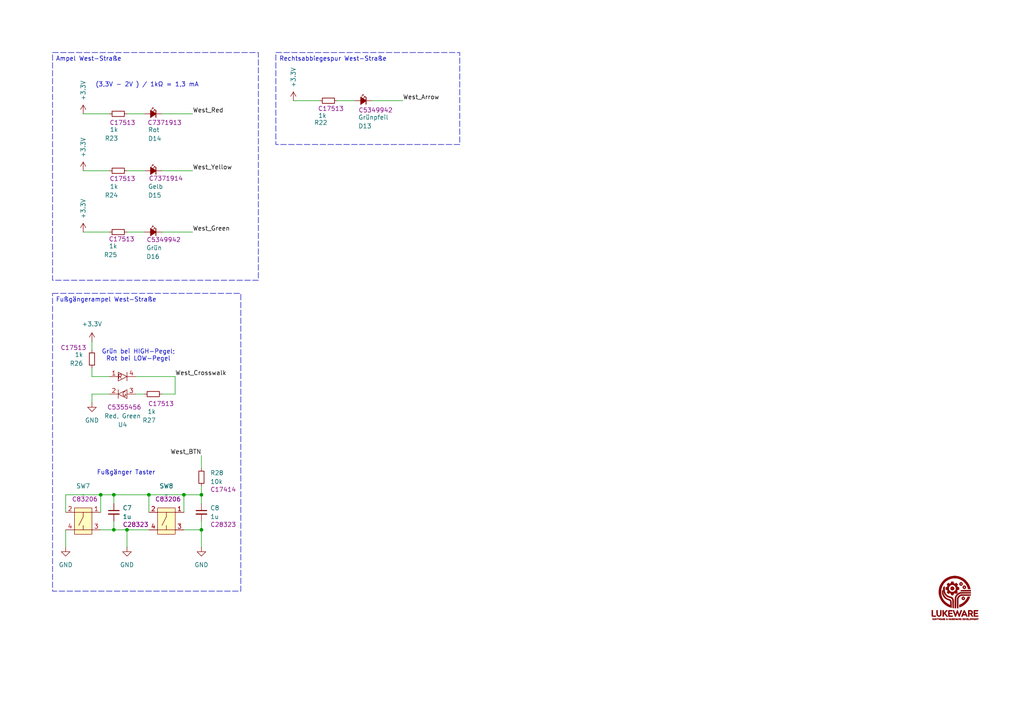
<source format=kicad_sch>
(kicad_sch (version 20231120) (generator "eeschema") (generator_version "8.0")
  (paper "A4")
  (title_block (title "SignalFlowLab") (date "2025-02-26") (rev "V 1.1") (company "LukeWare"))
  (lib_symbols
    (symbol "0_SignalFlowLab:A-SC6302R6AGHC-A03-2T"
      (property "Reference" "U" (at 0 0 0))
      (property "Value" "Red, Green" (at 0 0 0))
      (property "LCSC" " C5355456" (at 0 0 0))
      (symbol "A-SC6302R6AGHC-A03-2T_1_0"
        (pin power_in line (at -1.27 3.81 0) (length 2.54) (name "") (number "1"))
        (pin passive line (at -1.27 8.89 0) (length 2.54) (name "") (number "2"))
        (pin power_in line (at 6.35 8.89 180) (length 2.54) (name "") (number "3"))
        (pin passive line (at 6.35 3.81 180) (length 2.54) (name "") (number "4"))
      )
      (symbol "A-SC6302R6AGHC-A03-2T_1_1"
        (text "G" (at 3.048 8.89 0) (effects (font (size 1.27 1.27))))
        (text "R" (at 1.778 3.81 0) (effects (font (size 1.27 1.27))))
      )
    )
    (symbol "0_SignalFlowLab:K2-6639SP-C4SC-04"
      (property "Reference" "SW" (at 5.08 7.874 0))
      (property "LCSC" " C83206" (at 0 0 0))
      (symbol "K2-6639SP-C4SC-04_0_0"
        (pin passive line (at 0 0 0) (length 2.54) (name "") (number "1"))
        (pin passive line (at 10.16 0 180) (length 2.54) (name "") (number "2"))
        (pin passive line (at 0 5.08 0) (length 2.54) (name "") (number "3"))
        (pin passive line (at 10.16 5.08 180) (length 2.54) (name "") (number "4"))
      )
    )
    (symbol "0_SignalFlowLab:LOGO" (pin_names (offset 1.016)))
    (symbol "Device:C_Small" (pin_numbers hide) (pin_names (offset 0.254) hide)
      (property "Reference" "C" (at 0.254 1.778 0))
      (property "Value" "C_Small" (at 0.254 -2.032 0))
      (symbol "C_Small_1_1"
        (pin passive line (at 0 2.54 270) (length 2.032) (name "~") (number "1"))
        (pin passive line (at 0 -2.54 90) (length 2.032) (name "~") (number "2"))
      )
    )
    (symbol "Device:LED_Small_Filled" (pin_numbers hide) (pin_names (offset 0.254) hide)
      (property "Reference" "D" (at -1.27 3.175 0))
      (property "Value" "LED_Small_Filled" (at -4.445 -2.54 0))
      (symbol "LED_Small_Filled_1_1"
        (pin passive line (at -2.54 0 0) (length 1.778) (name "K") (number "1"))
        (pin passive line (at 2.54 0 180) (length 1.778) (name "A") (number "2"))
      )
    )
    (symbol "Device:R_Small" (pin_numbers hide) (pin_names (offset 0.254) hide)
      (property "Reference" "R" (at 0.762 0.508 0))
      (property "Value" "R_Small" (at 0.762 -1.016 0))
      (symbol "R_Small_1_1"
        (pin passive line (at 0 2.54 270) (length 0.762) (name "~") (number "1"))
        (pin passive line (at 0 -2.54 90) (length 0.762) (name "~") (number "2"))
      )
    )
    (symbol "power:+3.3V" (power) (pin_numbers hide) (pin_names (offset 0) hide)
      (property "Value" "+3.3V" (at 0 3.556 0))
      (symbol "+3.3V_1_1"
        (pin power_in line (at 0 0 90) (length 0) (name "~") (number "1"))
      )
    )
    (symbol "power:GND" (power) (pin_numbers hide) (pin_names (offset 0) hide)
      (property "Value" "GND" (at 0 -3.81 0))
      (symbol "GND_1_1"
        (pin power_in line (at 0 0 270) (length 0) (name "~") (number "1"))
      )
    )
  )
  (junction (at 33.02 153.67))
  (junction (at 58.42 153.67))
  (junction (at 33.02 143.51))
  (junction (at 29.21 143.51))
  (junction (at 43.18 143.51))
  (junction (at 53.34 143.51))
  (junction (at 36.83 153.67))
  (junction (at 58.42 143.51))
  (wire (pts (xy 58.42 151.13) (xy 58.42 153.67)))
  (wire (pts (xy 26.67 114.3) (xy 31.75 114.3)))
  (wire (pts (xy 107.95 29.21) (xy 116.84 29.21)))
  (wire (pts (xy 33.02 151.13) (xy 33.02 153.67)))
  (wire (pts (xy 97.79 29.21) (xy 102.87 29.21)))
  (wire (pts (xy 29.21 143.51) (xy 29.21 148.59)))
  (wire (pts (xy 19.05 143.51) (xy 19.05 148.59)))
  (wire (pts (xy 24.13 49.53) (xy 31.75 49.53)))
  (wire (pts (xy 19.05 153.67) (xy 19.05 158.75)))
  (wire (pts (xy 46.99 49.53) (xy 55.88 49.53)))
  (wire (pts (xy 53.34 153.67) (xy 58.42 153.67)))
  (wire (pts (xy 36.83 33.02) (xy 41.91 33.02)))
  (wire (pts (xy 31.75 109.22) (xy 26.67 109.22)))
  (wire (pts (xy 26.67 116.84) (xy 26.67 114.3)))
  (wire (pts (xy 53.34 143.51) (xy 58.42 143.51)))
  (wire (pts (xy 36.83 49.53) (xy 41.91 49.53)))
  (wire (pts (xy 29.21 143.51) (xy 33.02 143.51)))
  (wire (pts (xy 58.42 153.67) (xy 58.42 158.75)))
  (wire (pts (xy 46.99 114.3) (xy 50.8 114.3)))
  (wire (pts (xy 43.18 143.51) (xy 43.18 148.59)))
  (wire (pts (xy 50.8 109.22) (xy 39.37 109.22)))
  (wire (pts (xy 29.21 153.67) (xy 33.02 153.67)))
  (wire (pts (xy 33.02 143.51) (xy 43.18 143.51)))
  (wire (pts (xy 58.42 132.08) (xy 58.42 135.89)))
  (wire (pts (xy 58.42 140.97) (xy 58.42 143.51)))
  (wire (pts (xy 33.02 153.67) (xy 36.83 153.67)))
  (wire (pts (xy 26.67 99.06) (xy 26.67 101.6)))
  (wire (pts (xy 36.83 67.31) (xy 41.91 67.31)))
  (wire (pts (xy 33.02 143.51) (xy 33.02 146.05)))
  (wire (pts (xy 36.83 153.67) (xy 43.18 153.67)))
  (wire (pts (xy 26.67 106.68) (xy 26.67 109.22)))
  (wire (pts (xy 24.13 33.02) (xy 31.75 33.02)))
  (wire (pts (xy 36.83 153.67) (xy 36.83 158.75)))
  (wire (pts (xy 39.37 114.3) (xy 41.91 114.3)))
  (wire (pts (xy 58.42 146.05) (xy 58.42 143.51)))
  (wire (pts (xy 46.99 33.02) (xy 55.88 33.02)))
  (wire (pts (xy 85.09 29.21) (xy 92.71 29.21)))
  (wire (pts (xy 50.8 114.3) (xy 50.8 109.22)))
  (wire (pts (xy 46.99 67.31) (xy 55.88 67.31)))
  (wire (pts (xy 24.13 67.31) (xy 31.75 67.31)))
  (wire (pts (xy 43.18 143.51) (xy 53.34 143.51)))
  (wire (pts (xy 53.34 143.51) (xy 53.34 148.59)))
  (wire (pts (xy 29.21 143.51) (xy 19.05 143.51)))
  (text_box "Fußgängerampel West-Straße" (at 15.24 85.09 0) (size 54.61 86.36) (stroke (width 0) (type dash)) (effects (font (size 1.27 1.27)) (justify left top)))
  (text_box "Rechtsabbiegespur West-Straße" (at 80.01 15.24 0) (size 53.34 26.67) (stroke (width 0) (type dash)) (effects (font (size 1.27 1.27)) (justify left top)))
  (text_box "Ampel West-Straße" (at 15.24 15.24 0) (size 59.69 66.04) (stroke (width 0) (type dash)) (effects (font (size 1.27 1.27)) (justify left top)))
  (text "Grün bei HIGH-Pegel;\nRot bei LOW-Pegel" (at 40.132 103.124 0) (effects (font (size 1.27 1.27))))
  (text "Fußgänger Taster" (at 36.576 137.16 0) (effects (font (size 1.27 1.27))))
  (text "(3,3V - 2V ) / 1kΩ = 1,3 mA" (at 42.672 24.638 0) (effects (font (size 1.27 1.27))))
  (label "West_Crosswalk" (at 50.8 109.22 0))
  (label "West_Yellow" (at 55.88 49.53 0))
  (label "West_Red" (at 55.88 33.02 0))
  (label "West_Arrow" (at 116.84 29.21 0))
  (label "West_Green" (at 55.88 67.31 0))
  (label "West_BTN" (at 58.42 132.08 180))
  (symbol (lib_id "Device:R_Small") (at 95.25 29.21 90) (mirror x) (unit 1)
    (property "Reference" "R22" (at 94.996 35.56 90) (effects (justify left)))
    (property "Value" "1k" (at 94.742 33.528 90) (effects (justify left)))
    (property "Footprint" "Resistor_SMD:R_0805_2012Metric" (effects (hide yes)))
    (property "Description" "Resistor, small symbol" (effects (hide yes)))
    (property "LCSC" " C17513" (at 95.504 31.4959 90))
  )
  (symbol (lib_id "Device:R_Small") (at 34.29 33.02 90) (mirror x) (unit 1)
    (property "Reference" "R23" (at 34.29 40.132 90) (effects (justify left)))
    (property "Value" "1k" (at 34.29 37.592 90) (effects (justify left)))
    (property "Footprint" "Resistor_SMD:R_0805_2012Metric" (effects (hide yes)))
    (property "Description" "Resistor, small symbol" (effects (hide yes)))
    (property "LCSC" " C17513" (at 35.052 35.56 90))
  )
  (symbol (lib_id "0_SignalFlowLab:K2-6639SP-C4SC-04") (at 53.34 148.59 180) (unit 1)
    (property "Reference" "SW8" (at 48.26 140.97 0))
    (property "Value" "~" (at 48.26 143.51 0))
    (property "Footprint" "0_SignalFlowLab:K2-6639SP-C4SC-04" (effects (hide yes)))
    (property "Description" "6mm 5mm Round Button 50mA Standing paste 6mm SPST 100MΩ 1,000,000 Times 250gf 12V SMD Tactile Switches ROHS" (effects (hide yes)))
    (property "LCSC" " C83206" (at 48.26 144.78 0))
  )
  (symbol (lib_id "Device:R_Small") (at 26.67 104.14 180) (unit 1)
    (property "Reference" "R26" (at 24.13 105.4101 0) (effects (justify left)))
    (property "Value" "1k" (at 24.13 102.8701 0) (effects (justify left)))
    (property "Footprint" "Resistor_SMD:R_0805_2012Metric" (effects (hide yes)))
    (property "Description" "Resistor, small symbol" (effects (hide yes)))
    (property "LCSC" " C17513" (at 20.828 100.838 0))
  )
  (symbol (lib_id "power:+3.3V") (at 24.13 33.02 0) (unit 1)
    (property "Reference" "#PWR036" (effects (hide yes)))
    (property "Value" "+3.3V" (at 24.1299 29.21 90) (effects (justify left)))
    (property "Description" "Power symbol creates a global label with name \"+3.3V\"" (effects (hide yes)))
  )
  (symbol (lib_id "0_SignalFlowLab:LOGO") (at 276.86 173.99 0) (unit 1)
    (property "Reference" "#G5" (effects (hide yes)))
    (property "Value" "LOGO" (effects (hide yes)))
  )
  (symbol (lib_id "Device:LED_Small_Filled") (at 44.45 49.53 0) (mirror y) (unit 1)
    (property "Reference" "D15" (at 42.926 56.642 0) (effects (justify right)))
    (property "Value" "Gelb" (at 42.926 54.102 0) (effects (justify right)))
    (property "Footprint" "LED_SMD:LED_0805_2012Metric" (effects (hide yes)))
    (property "Description" "Light emitting diode, small symbol, filled shape" (effects (hide yes)))
    (property "LCSC" " C7371914" (at 42.164 51.7524 0) (effects (justify right)))
  )
  (symbol (lib_id "power:+3.3V") (at 26.67 99.06 0) (unit 1)
    (property "Reference" "#PWR039" (effects (hide yes)))
    (property "Value" "+3.3V" (at 26.67 93.98 0))
    (property "Description" "Power symbol creates a global label with name \"+3.3V\"" (effects (hide yes)))
  )
  (symbol (lib_id "power:GND") (at 26.67 116.84 0) (unit 1)
    (property "Reference" "#PWR040" (effects (hide yes)))
    (property "Value" "GND" (at 26.67 121.92 0))
    (property "Description" "Power symbol creates a global label with name \"GND\" , ground" (effects (hide yes)))
  )
  (symbol (lib_id "0_SignalFlowLab:A-SC6302R6AGHC-A03-2T") (at 33.02 105.41 0) (mirror x) (unit 1)
    (property "Reference" "U4" (at 35.56 123.19 0))
    (property "Value" "Red, Green" (at 35.56 120.65 0))
    (property "Footprint" "0_SignalFlowLab:A-SC6302R6AGHC-A03-2T" (effects (hide yes)))
    (property "Description" "Colorless transparent lens -40℃~+85℃ Positive Stick Red,Green 120° SMD-4P,3.5x2.8mm LED Indication - Discrete ROHS" (effects (hide yes)))
    (property "LCSC" " C5355456" (at 35.56 118.11 0))
  )
  (symbol (lib_id "power:GND") (at 19.05 158.75 0) (unit 1)
    (property "Reference" "#PWR041" (effects (hide yes)))
    (property "Value" "GND" (at 19.05 163.83 0))
    (property "Description" "Power symbol creates a global label with name \"GND\" , ground" (effects (hide yes)))
  )
  (symbol (lib_id "Device:LED_Small_Filled") (at 105.41 29.21 0) (mirror y) (unit 1)
    (property "Reference" "D13" (at 103.886 36.576 0) (effects (justify right)))
    (property "Value" "Grünpfeil" (at 103.886 34.036 0) (effects (justify right)))
    (property "Footprint" "LED_SMD:LED_0805_2012Metric" (effects (hide yes)))
    (property "Description" "Light emitting diode, small symbol, filled shape" (effects (hide yes)))
    (property "LCSC" " C5349942" (at 108.458 31.9404 0))
  )
  (symbol (lib_id "Device:C_Small") (at 33.02 148.59 0) (unit 1)
    (property "Reference" "C7" (at 35.56 147.3262 0) (effects (justify left)))
    (property "Value" "1u" (at 35.56 149.8662 0) (effects (justify left)))
    (property "Footprint" "Capacitor_SMD:C_0805_2012Metric" (effects (hide yes)))
    (property "Description" "Unpolarized capacitor, small symbol" (effects (hide yes)))
    (property "LCSC" " C28323" (at 38.862 152.146 0))
  )
  (symbol (lib_id "0_SignalFlowLab:K2-6639SP-C4SC-04") (at 29.21 148.59 180) (unit 1)
    (property "Reference" "SW7" (at 24.13 140.97 0))
    (property "Value" "~" (at 24.13 143.51 0))
    (property "Footprint" "0_SignalFlowLab:K2-6639SP-C4SC-04" (effects (hide yes)))
    (property "Description" "6mm 5mm Round Button 50mA Standing paste 6mm SPST 100MΩ 1,000,000 Times 250gf 12V SMD Tactile Switches ROHS" (effects (hide yes)))
    (property "LCSC" " C83206" (at 24.13 144.78 0))
  )
  (symbol (lib_id "Device:R_Small") (at 58.42 138.43 0) (unit 1)
    (property "Reference" "R28" (at 60.96 137.1599 0) (effects (justify left)))
    (property "Value" "10k" (at 60.96 139.6999 0) (effects (justify left)))
    (property "Footprint" "Resistor_SMD:R_0805_2012Metric" (effects (hide yes)))
    (property "Description" "Resistor, small symbol" (effects (hide yes)))
    (property "LCSC" " C17414" (at 64.262 141.986 0))
  )
  (symbol (lib_id "power:GND") (at 36.83 158.75 0) (unit 1)
    (property "Reference" "#PWR042" (effects (hide yes)))
    (property "Value" "GND" (at 36.83 163.83 0))
    (property "Description" "Power symbol creates a global label with name \"GND\" , ground" (effects (hide yes)))
  )
  (symbol (lib_id "Device:R_Small") (at 34.29 49.53 90) (mirror x) (unit 1)
    (property "Reference" "R24" (at 34.29 56.642 90) (effects (justify left)))
    (property "Value" "1k" (at 34.29 54.102 90) (effects (justify left)))
    (property "Footprint" "Resistor_SMD:R_0805_2012Metric" (effects (hide yes)))
    (property "Description" "Resistor, small symbol" (effects (hide yes)))
    (property "LCSC" " C17513" (at 35.052 51.816 90))
  )
  (symbol (lib_id "Device:LED_Small_Filled") (at 44.45 67.31 0) (mirror y) (unit 1)
    (property "Reference" "D16" (at 42.418 74.422 0) (effects (justify right)))
    (property "Value" "Grün" (at 42.418 71.882 0) (effects (justify right)))
    (property "Footprint" "LED_SMD:LED_0805_2012Metric" (effects (hide yes)))
    (property "Description" "Light emitting diode, small symbol, filled shape" (effects (hide yes)))
    (property "LCSC" " C5349942" (at 46.99 69.5324 0))
  )
  (symbol (lib_id "Device:R_Small") (at 34.29 67.31 90) (mirror x) (unit 1)
    (property "Reference" "R25" (at 34.036 73.914 90) (effects (justify left)))
    (property "Value" "1k" (at 34.036 71.374 90) (effects (justify left)))
    (property "Footprint" "Resistor_SMD:R_0805_2012Metric" (effects (hide yes)))
    (property "Description" "Resistor, small symbol" (effects (hide yes)))
    (property "LCSC" " C17513" (at 34.798 69.3419 90))
  )
  (symbol (lib_id "power:GND") (at 58.42 158.75 0) (unit 1)
    (property "Reference" "#PWR043" (effects (hide yes)))
    (property "Value" "GND" (at 58.42 163.83 0))
    (property "Description" "Power symbol creates a global label with name \"GND\" , ground" (effects (hide yes)))
  )
  (symbol (lib_id "Device:C_Small") (at 58.42 148.59 0) (unit 1)
    (property "Reference" "C8" (at 60.96 147.3262 0) (effects (justify left)))
    (property "Value" "1u" (at 60.96 149.8662 0) (effects (justify left)))
    (property "Footprint" "Capacitor_SMD:C_0805_2012Metric" (effects (hide yes)))
    (property "Description" "Unpolarized capacitor, small symbol" (effects (hide yes)))
    (property "LCSC" " C28323" (at 64.262 152.146 0))
  )
  (symbol (lib_id "power:+3.3V") (at 85.09 29.21 0) (unit 1)
    (property "Reference" "#PWR035" (effects (hide yes)))
    (property "Value" "+3.3V" (at 85.0899 25.4 90) (effects (justify left)))
    (property "Description" "Power symbol creates a global label with name \"+3.3V\"" (effects (hide yes)))
  )
  (symbol (lib_id "power:+3.3V") (at 24.13 49.53 0) (unit 1)
    (property "Reference" "#PWR037" (effects (hide yes)))
    (property "Value" "+3.3V" (at 24.1299 45.72 90) (effects (justify left)))
    (property "Description" "Power symbol creates a global label with name \"+3.3V\"" (effects (hide yes)))
  )
  (symbol (lib_id "Device:LED_Small_Filled") (at 44.45 33.02 0) (mirror y) (unit 1)
    (property "Reference" "D14" (at 42.926 40.1956 0) (effects (justify right)))
    (property "Value" "Rot" (at 42.926 37.6556 0) (effects (justify right)))
    (property "Footprint" "LED_SMD:LED_0805_2012Metric" (effects (hide yes)))
    (property "Description" "Light emitting diode, small symbol, filled shape" (effects (hide yes)))
    (property "LCSC" "C7371913" (at 47.752 35.56 0))
  )
  (symbol (lib_id "Device:R_Small") (at 44.45 114.3 90) (mirror x) (unit 1)
    (property "Reference" "R27" (at 45.212 121.92 90) (effects (justify left)))
    (property "Value" "1k" (at 45.212 119.38 90) (effects (justify left)))
    (property "Footprint" "Resistor_SMD:R_0805_2012Metric" (effects (hide yes)))
    (property "Description" "Resistor, small symbol" (effects (hide yes)))
    (property "LCSC" " C17513" (at 46.228 117.094 90))
  )
  (symbol (lib_id "power:+3.3V") (at 24.13 67.31 0) (unit 1)
    (property "Reference" "#PWR038" (effects (hide yes)))
    (property "Value" "+3.3V" (at 24.1299 63.5 90) (effects (justify left)))
    (property "Description" "Power symbol creates a global label with name \"+3.3V\"" (effects (hide yes)))
  )
)
</source>
